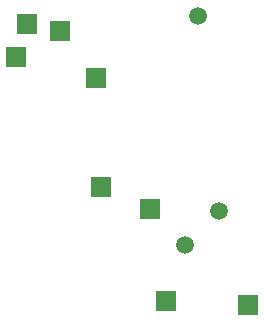
<source format=gbs>
%FSLAX43Y43*%
%MOMM*%
G71*
G01*
G75*
%ADD10R,1.600X1.800*%
%ADD11R,0.600X2.150*%
%ADD12C,0.600*%
%ADD13R,1.500X1.500*%
%ADD14C,1.300*%
%ADD15R,1.803X2.003*%
%ADD16R,0.803X2.353*%
%ADD17R,1.703X1.703*%
%ADD18C,1.503*%
D17*
X26279Y34196D02*
D03*
X20375Y53024D02*
D03*
X33225Y33825D02*
D03*
X20800Y43825D02*
D03*
X17325Y57050D02*
D03*
X14550Y57675D02*
D03*
X24950Y41950D02*
D03*
X13650Y54850D02*
D03*
D18*
X29000Y58300D02*
D03*
X30825Y41775D02*
D03*
X27925Y38900D02*
D03*
M02*

</source>
